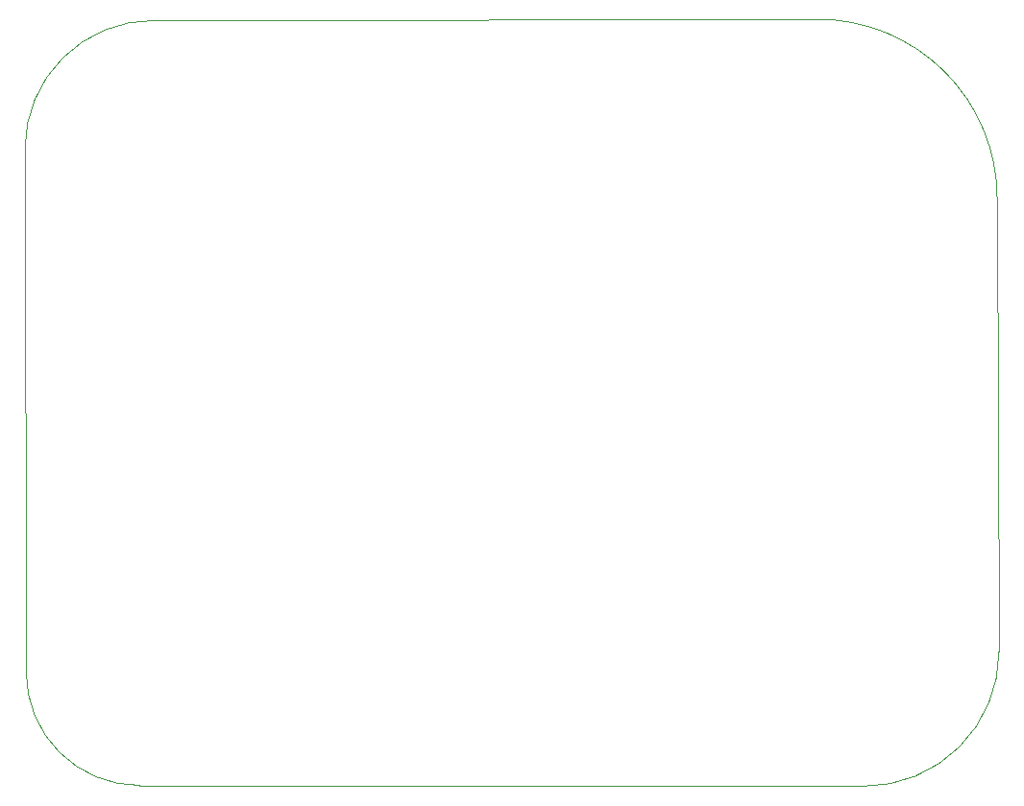
<source format=gbr>
%TF.GenerationSoftware,KiCad,Pcbnew,(6.0.6)*%
%TF.CreationDate,2022-07-21T13:44:36+08:00*%
%TF.ProjectId,graccel_mouse,67726163-6365-46c5-9f6d-6f7573652e6b,v0.1*%
%TF.SameCoordinates,Original*%
%TF.FileFunction,Profile,NP*%
%FSLAX46Y46*%
G04 Gerber Fmt 4.6, Leading zero omitted, Abs format (unit mm)*
G04 Created by KiCad (PCBNEW (6.0.6)) date 2022-07-21 13:44:36*
%MOMM*%
%LPD*%
G01*
G04 APERTURE LIST*
%TA.AperFunction,Profile*%
%ADD10C,0.100000*%
%TD*%
G04 APERTURE END LIST*
D10*
X165590000Y-80050000D02*
G75*
G03*
X149780000Y-64240000I-15810000J0D01*
G01*
X91268937Y-64346582D02*
G75*
G03*
X79896503Y-75676508I-42437J-11329918D01*
G01*
X153808701Y-131919842D02*
G75*
G03*
X165750000Y-120040000I61299J11879842D01*
G01*
X80009985Y-121870264D02*
X79896503Y-75676508D01*
X149780000Y-64240000D02*
X91268937Y-64346587D01*
X165590000Y-80050000D02*
X165750000Y-120040000D01*
X153808701Y-131919842D02*
X90000000Y-131850000D01*
X80009985Y-121870264D02*
G75*
G03*
X90000000Y-131850000I9970015J-9736D01*
G01*
M02*

</source>
